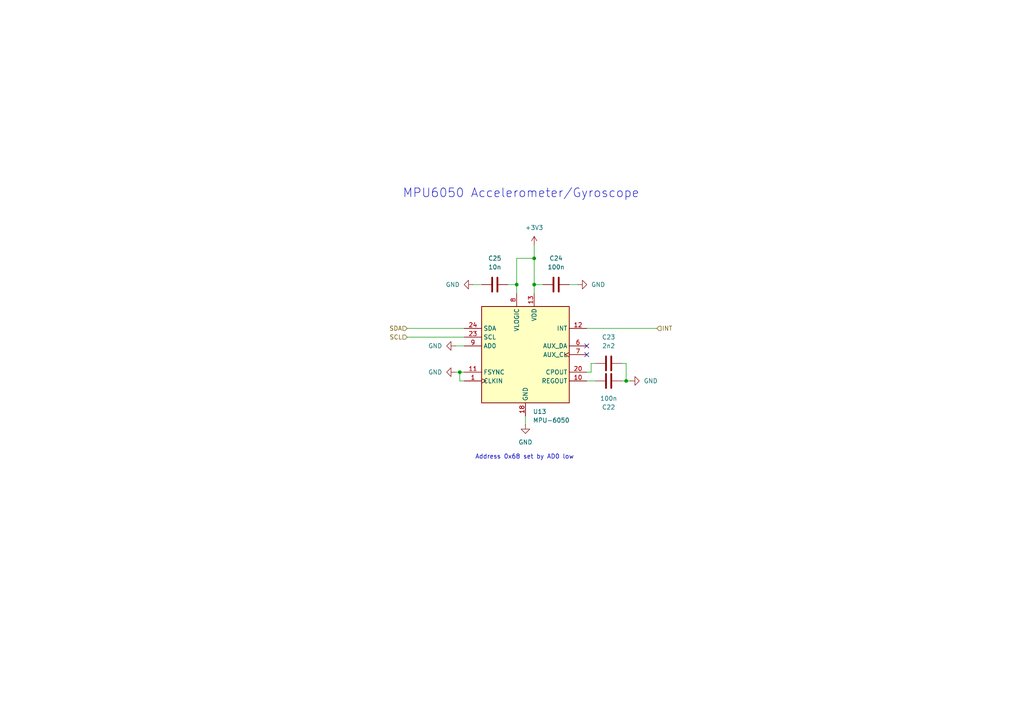
<source format=kicad_sch>
(kicad_sch (version 20250114) (generator "eeschema") (generator_version "9.0")
  (paper "A4")
  (title_block (title "FOCEars") (date "2025-12-05") (rev "A") (company "KaironSaber"))
  (lib_symbols
    (symbol "Device:C" (pin_numbers (hide yes)) (pin_names (offset 0.254))
      (property "Reference" "C" (at 0.635 2.54 0))
      (property "Value" "C" (at 0.635 -2.54 0))
      (symbol "C_0_1"
        (polyline (pts (xy -2.032 0.762) (xy 2.032 0.762)) (stroke (width 0.508)))
        (polyline (pts (xy -2.032 -0.762) (xy 2.032 -0.762)) (stroke (width 0.508)))
      )
      (symbol "C_1_1"
        (pin passive line (at 0 3.81 270) (length 2.794) (name "~") (number "1"))
        (pin passive line (at 0 -3.81 90) (length 2.794) (name "~") (number "2"))
      )
    )
    (symbol "Sensor_Motion:MPU-6050"
      (property "Reference" "U" (at -11.43 13.97 0))
      (property "Value" "MPU-6050" (at 7.62 -15.24 0))
      (symbol "MPU-6050_0_1"
        (rectangle (start -12.7 13.97) (end 12.7 -13.97) (stroke (width 0.254)) (fill (type background)))
      )
      (symbol "MPU-6050_1_1"
        (pin bidirectional line (at -17.78 7.62 0) (length 5.08) (name "SDA") (number "24"))
        (pin input line (at -17.78 5.08 0) (length 5.08) (name "SCL") (number "23"))
        (pin input line (at -17.78 2.54 0) (length 5.08) (name "AD0") (number "9"))
        (pin input line (at -17.78 -5.08 0) (length 5.08) (name "FSYNC") (number "11"))
        (pin input clock (at -17.78 -7.62 0) (length 5.08) (name "CLKIN") (number "1"))
        (pin no_connect line (at -12.7 12.7 0) (length 2.54) (hide yes) (name "NC") (number "2"))
        (pin no_connect line (at -12.7 10.16 0) (length 2.54) (hide yes) (name "NC") (number "3"))
        (pin no_connect line (at -12.7 0 0) (length 2.54) (hide yes) (name "NC") (number "4"))
        (pin no_connect line (at -12.7 -2.54 0) (length 2.54) (hide yes) (name "NC") (number "5"))
        (pin no_connect line (at -12.7 -10.16 0) (length 2.54) (hide yes) (name "NC") (number "14"))
        (pin power_in line (at -2.54 17.78 270) (length 3.81) (name "VLOGIC") (number "8"))
        (pin power_in line (at 0 -17.78 90) (length 3.81) (name "GND") (number "18"))
        (pin power_in line (at 2.54 17.78 270) (length 3.81) (name "VDD") (number "13"))
        (pin no_connect line (at 12.7 12.7 180) (length 2.54) (hide yes) (name "NC") (number "15"))
        (pin no_connect line (at 12.7 10.16 180) (length 2.54) (hide yes) (name "NC") (number "16"))
        (pin no_connect line (at 12.7 5.08 180) (length 2.54) (hide yes) (name "NC") (number "17"))
        (pin no_connect line (at 12.7 -2.54 180) (length 2.54) (hide yes) (name "RESV") (number "21"))
        (pin no_connect line (at 12.7 -10.16 180) (length 2.54) (hide yes) (name "RESV") (number "19"))
        (pin no_connect line (at 12.7 -12.7 180) (length 2.54) (hide yes) (name "RESV") (number "22"))
        (pin output line (at 17.78 7.62 180) (length 5.08) (name "INT") (number "12"))
        (pin bidirectional line (at 17.78 2.54 180) (length 5.08) (name "AUX_DA") (number "6"))
        (pin output clock (at 17.78 0 180) (length 5.08) (name "AUX_CL") (number "7"))
        (pin passive line (at 17.78 -5.08 180) (length 5.08) (name "CPOUT") (number "20"))
        (pin passive line (at 17.78 -7.62 180) (length 5.08) (name "REGOUT") (number "10"))
      )
    )
    (symbol "power:+3V3" (power) (pin_numbers (hide yes)) (pin_names (offset 0) (hide yes))
      (property "Value" "+3V3" (at 0 3.556 0))
      (symbol "+3V3_0_1"
        (polyline (pts (xy -0.762 1.27) (xy 0 2.54)))
        (polyline (pts (xy 0 2.54) (xy 0.762 1.27)))
        (polyline (pts (xy 0 0) (xy 0 2.54)))
      )
      (symbol "+3V3_1_1"
        (pin power_in line (at 0 0 90) (length 0) (name "~") (number "1"))
      )
    )
    (symbol "power:GND" (power) (pin_numbers (hide yes)) (pin_names (offset 0) (hide yes))
      (property "Value" "GND" (at 0 -3.81 0))
      (symbol "GND_0_1"
        (polyline (pts (xy 0 0) (xy 0 -1.27) (xy 1.27 -1.27) (xy 0 -2.54) (xy -1.27 -1.27) (xy 0 -1.27)))
      )
      (symbol "GND_1_1"
        (pin power_in line (at 0 0 270) (length 0) (name "~") (number "1"))
      )
    )
  )
  (text "MPU6050 Accelerometer/Gyroscope\n" (at 151.13 56.134 0) (effects (font (size 2.54 2.54))))
  (text "Address 0x68 set by AD0 low" (at 152.146 132.588 0) (effects (font (size 1.27 1.27))))
  (junction (at 154.94 82.55))
  (junction (at 154.94 74.93))
  (junction (at 133.35 107.95))
  (junction (at 149.86 82.55))
  (junction (at 181.61 110.49))
  (no_connect (at 170.18 100.33))
  (no_connect (at 170.18 102.87))
  (wire (pts (xy 171.45 105.41) (xy 172.72 105.41)))
  (wire (pts (xy 165.1 82.55) (xy 167.64 82.55)))
  (wire (pts (xy 154.94 82.55) (xy 154.94 85.09)))
  (wire (pts (xy 149.86 85.09) (xy 149.86 82.55)))
  (wire (pts (xy 170.18 107.95) (xy 171.45 107.95)))
  (wire (pts (xy 180.34 110.49) (xy 181.61 110.49)))
  (wire (pts (xy 133.35 107.95) (xy 133.35 110.49)))
  (wire (pts (xy 154.94 71.12) (xy 154.94 74.93)))
  (wire (pts (xy 118.11 97.79) (xy 134.62 97.79)))
  (wire (pts (xy 149.86 82.55) (xy 149.86 74.93)))
  (wire (pts (xy 181.61 105.41) (xy 181.61 110.49)))
  (wire (pts (xy 171.45 107.95) (xy 171.45 105.41)))
  (wire (pts (xy 132.08 107.95) (xy 133.35 107.95)))
  (wire (pts (xy 137.16 82.55) (xy 139.7 82.55)))
  (wire (pts (xy 170.18 110.49) (xy 172.72 110.49)))
  (wire (pts (xy 180.34 105.41) (xy 181.61 105.41)))
  (wire (pts (xy 170.18 95.25) (xy 190.5 95.25)))
  (wire (pts (xy 134.62 110.49) (xy 133.35 110.49)))
  (wire (pts (xy 132.08 100.33) (xy 134.62 100.33)))
  (wire (pts (xy 149.86 74.93) (xy 154.94 74.93)))
  (wire (pts (xy 133.35 107.95) (xy 134.62 107.95)))
  (wire (pts (xy 118.11 95.25) (xy 134.62 95.25)))
  (wire (pts (xy 181.61 110.49) (xy 182.88 110.49)))
  (wire (pts (xy 154.94 74.93) (xy 154.94 82.55)))
  (wire (pts (xy 152.4 120.65) (xy 152.4 123.19)))
  (wire (pts (xy 154.94 82.55) (xy 157.48 82.55)))
  (wire (pts (xy 147.32 82.55) (xy 149.86 82.55)))
  (hierarchical_label "SCL" (shape input) (at 118.11 97.79 180))
  (hierarchical_label "INT" (shape input) (at 190.5 95.25 0))
  (hierarchical_label "SDA" (shape input) (at 118.11 95.25 180))
  (symbol (lib_id "Device:C") (at 176.53 105.41 90) (unit 1)
    (property "Reference" "C23" (at 176.53 97.79 90))
    (property "Value" "2n2" (at 176.53 100.33 90))
    (property "Footprint" "Capacitor_SMD:C_0603_1608Metric" (effects (hide yes)))
    (property "Datasheet" "https://jlcpcb.com/partdetail/1956-0603B222K500NT/C1604" (effects (hide yes)))
    (property "Description" "Unpolarized capacitor" (effects (hide yes)))
    (property "LCSC Part" "C1604" (effects (hide yes)))
  )
  (symbol (lib_id "power:GND") (at 132.08 100.33 270) (unit 1)
    (property "Reference" "#PWR077" (effects (hide yes)))
    (property "Value" "GND" (at 128.27 100.3299 90) (effects (justify right)))
    (property "Description" "Power symbol creates a global label with name \"GND\" , ground" (effects (hide yes)))
  )
  (symbol (lib_id "power:GND") (at 182.88 110.49 90) (unit 1)
    (property "Reference" "#PWR072" (effects (hide yes)))
    (property "Value" "GND" (at 186.69 110.4899 90) (effects (justify right)))
    (property "Description" "Power symbol creates a global label with name \"GND\" , ground" (effects (hide yes)))
  )
  (symbol (lib_id "Sensor_Motion:MPU-6050") (at 152.4 102.87 0) (unit 1)
    (property "Reference" "U13" (at 154.5433 119.38 0) (effects (justify left)))
    (property "Value" "MPU-6050" (at 154.5433 121.92 0) (effects (justify left)))
    (property "Footprint" "Sensor_Motion:InvenSense_QFN-24_4x4mm_P0.5mm" (effects (hide yes)))
    (property "Datasheet" "https://invensense.tdk.com/wp-content/uploads/2015/02/MPU-6000-Datasheet1.pdf" (effects (hide yes)))
    (property "Description" "InvenSense 6-Axis Motion Sensor, Gyroscope, Accelerometer, I2C" (effects (hide yes)))
    (property "LCSC Part" "C24112" (effects (hide yes)))
  )
  (symbol (lib_id "power:GND") (at 132.08 107.95 270) (unit 1)
    (property "Reference" "#PWR075" (effects (hide yes)))
    (property "Value" "GND" (at 128.27 107.9499 90) (effects (justify right)))
    (property "Description" "Power symbol creates a global label with name \"GND\" , ground" (effects (hide yes)))
  )
  (symbol (lib_id "power:+3V3") (at 154.94 71.12 0) (unit 1)
    (property "Reference" "#PWR073" (effects (hide yes)))
    (property "Value" "+3V3" (at 154.94 66.04 0))
    (property "Description" "Power symbol creates a global label with name \"+3V3\"" (effects (hide yes)))
  )
  (symbol (lib_id "Device:C") (at 176.53 110.49 90) (mirror x) (unit 1)
    (property "Reference" "C22" (at 176.53 118.11 90))
    (property "Value" "100n" (at 176.53 115.57 90))
    (property "Footprint" "Capacitor_SMD:C_0402_1005Metric" (effects (hide yes)))
    (property "Datasheet" "https://jlcpcb.com/partdetail/291005-CL05B104KB54PNC/C307331" (effects (hide yes)))
    (property "Description" "Unpolarized capacitor" (effects (hide yes)))
    (property "LCSC Part" "    C307331" (effects (hide yes)))
  )
  (symbol (lib_id "Device:C") (at 143.51 82.55 90) (unit 1)
    (property "Reference" "C25" (at 143.51 74.93 90))
    (property "Value" "10n" (at 143.51 77.47 90))
    (property "Footprint" "Capacitor_SMD:C_0402_1005Metric" (effects (hide yes)))
    (property "Datasheet" "https://jlcpcb.com/partdetail/15869-CL05B103KB5NNNC/C15195" (effects (hide yes)))
    (property "Description" "Unpolarized capacitor" (effects (hide yes)))
    (property "LCSC Part" "C15195" (effects (hide yes)))
  )
  (symbol (lib_id "power:GND") (at 167.64 82.55 90) (unit 1)
    (property "Reference" "#PWR074" (effects (hide yes)))
    (property "Value" "GND" (at 171.45 82.5499 90) (effects (justify right)))
    (property "Description" "Power symbol creates a global label with name \"GND\" , ground" (effects (hide yes)))
  )
  (symbol (lib_id "power:GND") (at 137.16 82.55 270) (mirror x) (unit 1)
    (property "Reference" "#PWR076" (effects (hide yes)))
    (property "Value" "GND" (at 133.35 82.5499 90) (effects (justify right)))
    (property "Description" "Power symbol creates a global label with name \"GND\" , ground" (effects (hide yes)))
  )
  (symbol (lib_id "Device:C") (at 161.29 82.55 90) (unit 1)
    (property "Reference" "C24" (at 161.29 74.93 90))
    (property "Value" "100n" (at 161.29 77.47 90))
    (property "Footprint" "Capacitor_SMD:C_0402_1005Metric" (effects (hide yes)))
    (property "Datasheet" "https://jlcpcb.com/partdetail/291005-CL05B104KB54PNC/C307331" (effects (hide yes)))
    (property "Description" "Unpolarized capacitor" (effects (hide yes)))
    (property "LCSC Part" "    C307331" (effects (hide yes)))
  )
  (symbol (lib_id "power:GND") (at 152.4 123.19 0) (unit 1)
    (property "Reference" "#PWR071" (effects (hide yes)))
    (property "Value" "GND" (at 152.4 128.27 0))
    (property "Description" "Power symbol creates a global label with name \"GND\" , ground" (effects (hide yes)))
  )
)
</source>
